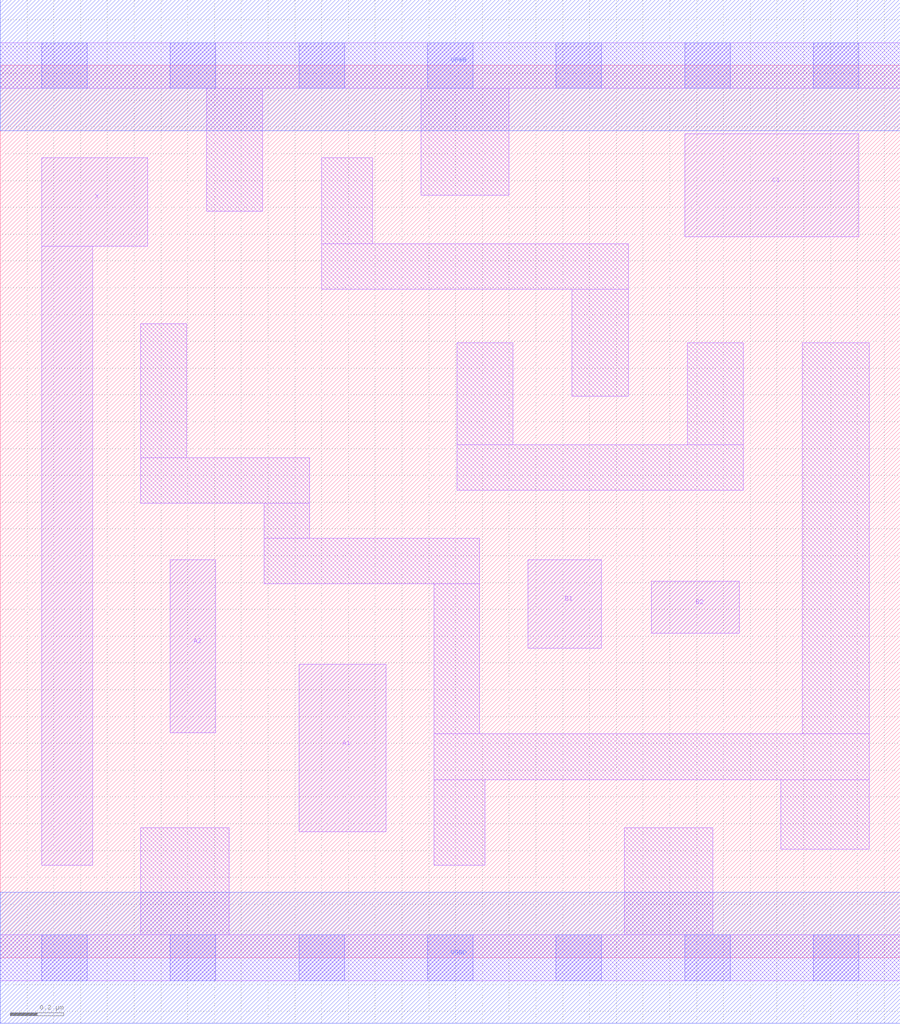
<source format=lef>
# Copyright 2020 The SkyWater PDK Authors
#
# Licensed under the Apache License, Version 2.0 (the "License");
# you may not use this file except in compliance with the License.
# You may obtain a copy of the License at
#
#     https://www.apache.org/licenses/LICENSE-2.0
#
# Unless required by applicable law or agreed to in writing, software
# distributed under the License is distributed on an "AS IS" BASIS,
# WITHOUT WARRANTIES OR CONDITIONS OF ANY KIND, either express or implied.
# See the License for the specific language governing permissions and
# limitations under the License.
#
# SPDX-License-Identifier: Apache-2.0

VERSION 5.7 ;
  NAMESCASESENSITIVE ON ;
  NOWIREEXTENSIONATPIN ON ;
  DIVIDERCHAR "/" ;
  BUSBITCHARS "[]" ;
UNITS
  DATABASE MICRONS 200 ;
END UNITS
MACRO sky130_fd_sc_lp__a221o_m
  CLASS CORE ;
  SOURCE USER ;
  FOREIGN sky130_fd_sc_lp__a221o_m ;
  ORIGIN  0.000000  0.000000 ;
  SIZE  3.360000 BY  3.330000 ;
  SYMMETRY X Y R90 ;
  SITE unit ;
  PIN A1
    ANTENNAGATEAREA  0.126000 ;
    DIRECTION INPUT ;
    USE SIGNAL ;
    PORT
      LAYER li1 ;
        RECT 1.115000 0.470000 1.440000 1.095000 ;
    END
  END A1
  PIN A2
    ANTENNAGATEAREA  0.126000 ;
    DIRECTION INPUT ;
    USE SIGNAL ;
    PORT
      LAYER li1 ;
        RECT 0.635000 0.840000 0.805000 1.485000 ;
    END
  END A2
  PIN B1
    ANTENNAGATEAREA  0.126000 ;
    DIRECTION INPUT ;
    USE SIGNAL ;
    PORT
      LAYER li1 ;
        RECT 1.970000 1.155000 2.245000 1.485000 ;
    END
  END B1
  PIN B2
    ANTENNAGATEAREA  0.126000 ;
    DIRECTION INPUT ;
    USE SIGNAL ;
    PORT
      LAYER li1 ;
        RECT 2.430000 1.210000 2.760000 1.405000 ;
    END
  END B2
  PIN C1
    ANTENNAGATEAREA  0.126000 ;
    DIRECTION INPUT ;
    USE SIGNAL ;
    PORT
      LAYER li1 ;
        RECT 2.555000 2.690000 3.205000 3.075000 ;
    END
  END C1
  PIN X
    ANTENNADIFFAREA  0.222600 ;
    DIRECTION OUTPUT ;
    USE SIGNAL ;
    PORT
      LAYER li1 ;
        RECT 0.155000 0.345000 0.345000 2.655000 ;
        RECT 0.155000 2.655000 0.550000 2.985000 ;
    END
  END X
  PIN VGND
    DIRECTION INOUT ;
    USE GROUND ;
    PORT
      LAYER met1 ;
        RECT 0.000000 -0.245000 3.360000 0.245000 ;
    END
  END VGND
  PIN VPWR
    DIRECTION INOUT ;
    USE POWER ;
    PORT
      LAYER met1 ;
        RECT 0.000000 3.085000 3.360000 3.575000 ;
    END
  END VPWR
  OBS
    LAYER li1 ;
      RECT 0.000000 -0.085000 3.360000 0.085000 ;
      RECT 0.000000  3.245000 3.360000 3.415000 ;
      RECT 0.525000  0.085000 0.855000 0.485000 ;
      RECT 0.525000  1.695000 1.155000 1.865000 ;
      RECT 0.525000  1.865000 0.695000 2.365000 ;
      RECT 0.770000  2.785000 0.980000 3.245000 ;
      RECT 0.985000  1.395000 1.790000 1.565000 ;
      RECT 0.985000  1.565000 1.155000 1.695000 ;
      RECT 1.200000  2.495000 2.345000 2.665000 ;
      RECT 1.200000  2.665000 1.390000 2.985000 ;
      RECT 1.570000  2.845000 1.900000 3.245000 ;
      RECT 1.620000  0.345000 1.810000 0.665000 ;
      RECT 1.620000  0.665000 3.245000 0.835000 ;
      RECT 1.620000  0.835000 1.790000 1.395000 ;
      RECT 1.705000  1.745000 2.775000 1.915000 ;
      RECT 1.705000  1.915000 1.915000 2.295000 ;
      RECT 2.135000  2.095000 2.345000 2.495000 ;
      RECT 2.330000  0.085000 2.660000 0.485000 ;
      RECT 2.565000  1.915000 2.775000 2.295000 ;
      RECT 2.915000  0.405000 3.245000 0.665000 ;
      RECT 2.995000  0.835000 3.245000 2.295000 ;
    LAYER mcon ;
      RECT 0.155000 -0.085000 0.325000 0.085000 ;
      RECT 0.155000  3.245000 0.325000 3.415000 ;
      RECT 0.635000 -0.085000 0.805000 0.085000 ;
      RECT 0.635000  3.245000 0.805000 3.415000 ;
      RECT 1.115000 -0.085000 1.285000 0.085000 ;
      RECT 1.115000  3.245000 1.285000 3.415000 ;
      RECT 1.595000 -0.085000 1.765000 0.085000 ;
      RECT 1.595000  3.245000 1.765000 3.415000 ;
      RECT 2.075000 -0.085000 2.245000 0.085000 ;
      RECT 2.075000  3.245000 2.245000 3.415000 ;
      RECT 2.555000 -0.085000 2.725000 0.085000 ;
      RECT 2.555000  3.245000 2.725000 3.415000 ;
      RECT 3.035000 -0.085000 3.205000 0.085000 ;
      RECT 3.035000  3.245000 3.205000 3.415000 ;
  END
END sky130_fd_sc_lp__a221o_m

</source>
